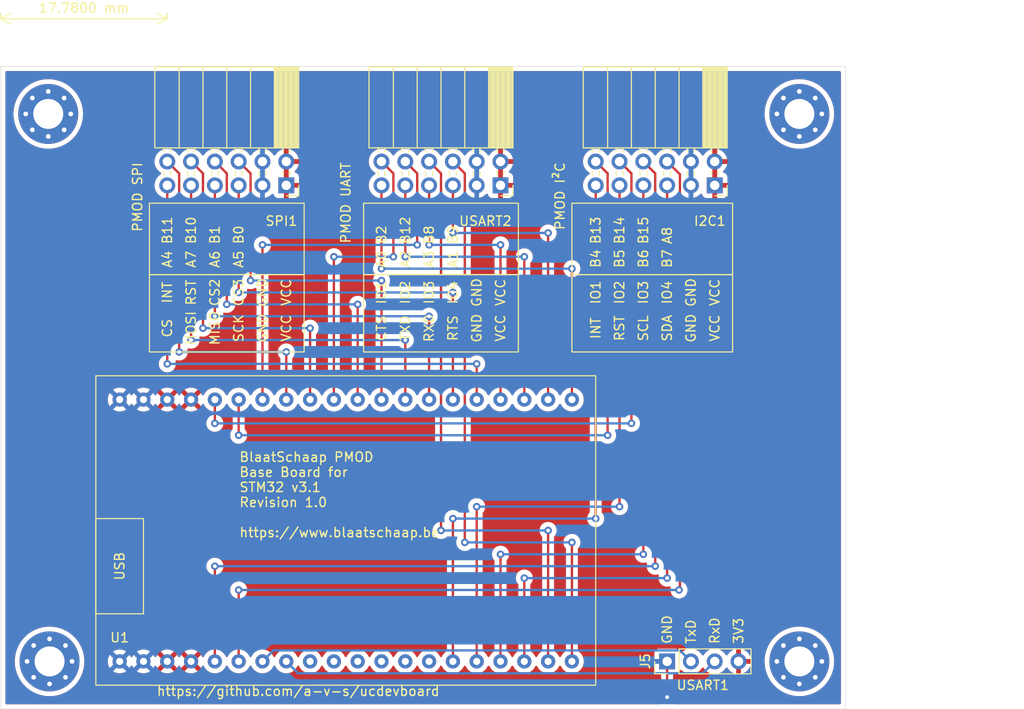
<source format=kicad_pcb>
(kicad_pcb (version 20211014) (generator pcbnew)
  (layers (0 "F.Cu" signal) (31 "B.Cu" signal) (34 "B.Paste" user "B.Plakken") (35 "F.Paste" user "F.Plakken") (36 "B.SilkS" user "B.Silkscreen") (37 "F.SilkS" user "F.Silkscreen") (38 "B.Mask" user) (39 "F.Mask" user "F. masker") (44 "Edge.Cuts" user))
  (net 0 "")
  (net 1 "B12")
  (net 2 "B13")
  (net 3 "B14")
  (net 4 "B15")
  (net 5 "A8")
  (net 6 "A9")
  (net 7 "A10")
  (net 8 "A11")
  (net 9 "A12")
  (net 10 "A15")
  (net 11 "B3")
  (net 12 "B4")
  (net 13 "B5")
  (net 14 "B6")
  (net 15 "B7")
  (net 16 "B8")
  (net 17 "B9")
  (net 18 "GND")
  (net 19 "3V3")
  (net 20 "A0")
  (net 21 "A1")
  (net 22 "A2")
  (net 23 "A3")
  (net 24 "A4")
  (net 25 "A5")
  (net 26 "A6")
  (net 27 "A7")
  (net 28 "B0")
  (net 29 "B1")
  (net 30 "B10")
  (net 31 "B11")
  (net 34 "PMOD_UART_GPIO1_INT")
  (footprint "Connector_PinSocket_2.54mm:PinSocket_2x06_P2.54mm_Horizontal" (layer "F.Cu") (at 83.82 30.48 -90)
    (fp_text reference "PMOD2" hide)
    (fp_text value "Conn_02x06_Odd_Even")
    (fp_line (start 0 -1.33) (end 1.11 -1.33) (layer "F.SilkS") (width 0.12))
    (fp_line (start -12.63 1.033805) (end -4 1.033805) (layer "F.SilkS") (width 0.12))
    (fp_line (start -12.63 14.03) (end -4 14.03) (layer "F.SilkS") (width 0.12))
    (fp_line (start -12.63 -1.091905) (end -4 -1.091905) (layer "F.SilkS") (width 0.12))
    (fp_line (start -4 4.72) (end -3.59 4.72) (layer "F.SilkS") (width 0.12))
    (fp_line (start -12.63 -1.33) (end -12.63 14.03) (layer "F.SilkS") (width 0.12))
    (fp_line (start -1.49 7.26) (end -1.05 7.26) (layer "F.SilkS") (width 0.12))
    (fp_line (start -12.63 0.561425) (end -4 0.561425) (layer "F.SilkS") (width 0.12))
    (fp_line (start -12.63 -1.33) (end -4 -1.33) (layer "F.SilkS") (width 0.12))
    (fp_line (start -12.63 0.325235) (end -4 0.325235) (layer "F.SilkS") (width 0.12))
    (fp_line (start -1.49 5.44) (end -1.05 5.44) (layer "F.SilkS") (width 0.12))
    (fp_line (start -12.63 -0.383335) (end -4 -0.383335) (layer "F.SilkS") (width 0.12))
    (fp_line (start -12.63 -1.21) (end -4 -1.21) (layer "F.SilkS") (width 0.12))
    (fp_line (start -4 12.34) (end -3.59 12.34) (layer "F.SilkS") (width 0.12))
    (fp_line (start -12.63 0.089045) (end -4 0.089045) (layer "F.SilkS") (width 0.12))
    (fp_line (start -12.63 -0.02905) (end -4 -0.02905) (layer "F.SilkS") (width 0.12))
    (fp_line (start -12.63 11.43) (end -4 11.43) (layer "F.SilkS") (width 0.12))
    (fp_line (start -1.49 2.9) (end -1.05 2.9) (layer "F.SilkS") (width 0.12))
    (fp_line (start -12.63 1.27) (end -4 1.27) (layer "F.SilkS") (width 0.12))
    (fp_line (start -12.63 -0.73762) (end -4 -0.73762) (layer "F.SilkS") (width 0.12))
    (fp_line (start -1.49 0.36) (end -1.11 0.36) (layer "F.SilkS") (width 0.12))
    (fp_line (start -12.63 -0.50143) (end -4 -0.50143) (layer "F.SilkS") (width 0.12))
    (fp_line (start -4 2.18) (end -3.59 2.18) (layer "F.SilkS") (width 0.12))
    (fp_line (start -12.63 3.81) (end -4 3.81) (layer "F.SilkS") (width 0.12))
    (fp_line (start -4 13.06) (end -3.59 13.06) (layer "F.SilkS") (width 0.12))
    (fp_line (start -12.63 0.91571) (end -4 0.91571) (layer "F.SilkS") (width 0.12))
    (fp_line (start -4 7.98) (end -3.59 7.98) (layer "F.SilkS") (width 0.12))
    (fp_line (start -1.49 -0.36) (end -1.11 -0.36) (layer "F.SilkS") (width 0.12))
    (fp_line (start -12.63 1.1519) (end -4 1.1519) (layer "F.SilkS") (width 0.12))
    (fp_line (start -4 5.44) (end -3.59 5.44) (layer "F.SilkS") (width 0.12))
    (fp_line (start -12.63 0.67952) (end -4 0.67952) (layer "F.SilkS") (width 0.12))
    (fp_line (start -4 2.9) (end -3.59 2.9) (layer "F.SilkS") (width 0.12))
    (fp_line (start -1.49 12.34) (end -1.05 12.34) (layer "F.SilkS") (width 0.12))
    (fp_line (start -4 -1.33) (end -4 14.03) (layer "F.SilkS") (width 0.12))
    (fp_line (start -4 9.8) (end -3.59 9.8) (layer "F.SilkS") (width 0.12))
    (fp_line (start -12.63 0.20714) (end -4 0.20714) (layer "F.SilkS") (width 0.12))
    (fp_line (start -1.49 13.06) (end -1.05 13.06) (layer "F.SilkS") (width 0.12))
    (fp_line (start -1.49 4.72) (end -1.05 4.72) (layer "F.SilkS") (width 0.12))
    (fp_line (start -1.49 7.98) (end -1.05 7.98) (layer "F.SilkS") (width 0.12))
    (fp_line (start 1.11 -1.33) (end 1.11 0) (layer "F.SilkS") (width 0.12))
    (fp_line (start -1.49 9.8) (end -1.05 9.8) (layer "F.SilkS") (width 0.12))
    (fp_line (start -4 7.26) (end -3.59 7.26) (layer "F.SilkS") (width 0.12))
    (fp_line (start -1.49 2.18) (end -1.05 2.18) (layer "F.SilkS") (width 0.12))
    (fp_line (start -12.63 -0.855715) (end -4 -0.855715) (layer "F.SilkS") (width 0.12))
    (fp_line (start -12.63 6.35) (end -4 6.35) (layer "F.SilkS") (width 0.12))
    (fp_line (start -12.63 -0.26524) (end -4 -0.26524) (layer "F.SilkS") (width 0.12))
    (fp_line (start -12.63 -0.97381) (end -4 -0.97381) (layer "F.SilkS") (width 0.12))
    (fp_line (start -1.49 10.52) (end -1.05 10.52) (layer "F.SilkS") (width 0.12))
    (fp_line (start -4 10.52) (end -3.59 10.52) (layer "F.SilkS") (width 0.12))
    (fp_line (start -12.63 8.89) (end -4 8.89) (layer "F.SilkS") (width 0.12))
    (fp_line (start -12.63 -0.619525) (end -4 -0.619525) (layer "F.SilkS") (width 0.12))
    (fp_line (start -4 0.36) (end -3.59 0.36) (layer "F.SilkS") (width 0.12))
    (fp_line (start -12.63 0.797615) (end -4 0.797615) (layer "F.SilkS") (width 0.12))
    (fp_line (start -4 -0.36) (end -3.59 -0.36) (layer "F.SilkS") (width 0.12))
    (fp_line (start -12.63 -0.147145) (end -4 -0.147145) (layer "F.SilkS") (width 0.12))
    (fp_line (start -12.63 0.44333) (end -4 0.44333) (layer "F.SilkS") (width 0.12))
    (pad "1" thru_hole rect locked (at 0 0 270) (size 1.7 1.7) (drill 1) (layers *.Cu *.Mask) (net 19 "3V3"))
    (pad "2" thru_hole oval locked (at -2.54 0 270) (size 1.7 1.7) (drill 1) (layers *.Cu *.Mask) (net 19 "3V3"))
    (pad "3" thru_hole oval locked (at 0 2.54 270) (size 1.7 1.7) (drill 1) (layers *.Cu *.Mask) (net 18 "GND"))
    (pad "4" thru_hole oval locked (at -2.54 2.54 270) (size 1.7 1.7) (drill 1) (layers *.Cu *.Mask) (net 18 "GND"))
    (pad "5" thru_hole oval locked (at 0 5.08 270) (size 1.7 1.7) (drill 1) (layers *.Cu *.Mask) (net 25 "A5"))
    (pad "6" thru_hole oval locked (at -2.54 5.08 270) (size 1.7 1.7) (drill 1) (layers *.Cu *.Mask) (net 28 "B0"))
    (pad "7" thru_hole oval locked (at 0 7.62 270) (size 1.7 1.7) (drill 1) (layers *.Cu *.Mask) (net 26 "A6"))
    (pad "8" thru_hole oval locked (at -2.54 7.62 270) (size 1.7 1.7) (drill 1) (layers *.Cu *.Mask) (net 29 "B1"))
    (pad "9" thru_hole oval locked (at 0 10.16 270) (size 1.7 1.7) (drill 1) (layers *.Cu *.Mask) (net 27 "A7"))
    (pad "10" thru_hole oval locked (at -2.54 10.16 270) (size 1.7 1.7) (drill 1) (layers *.Cu *.Mask) (net 30 "B10"))
    (pad "11" thru_hole oval locked (at 0 12.7 270) (size 1.7 1.7) (drill 1) (layers *.Cu *.Mask) (net 24 "A4"))
    (pad "12" thru_hole oval locked (at -2.54 12.7 270) (size 1.7 1.7) (drill 1) (layers *.Cu *.Mask) (net 31 "B11"))
  )
  (footprint "Connector_PinSocket_2.54mm:PinSocket_2x06_P2.54mm_Horizontal" (layer "F.Cu") (at 106.68 30.48 -90)
    (fp_text reference "PMOD3" hide)
    (fp_text value "Conn_02x06_Odd_Even")
    (fp_line (start -12.63 -0.855715) (end -4 -0.855715) (layer "F.SilkS") (width 0.12))
    (fp_line (start -12.63 -0.97381) (end -4 -0.97381) (layer "F.SilkS") (width 0.12))
    (fp_line (start -1.49 13.06) (end -1.05 13.06) (layer "F.SilkS") (width 0.12))
    (fp_line (start -12.63 1.27) (end -4 1.27) (layer "F.SilkS") (width 0.12))
    (fp_line (start -12.63 0.67952) (end -4 0.67952) (layer "F.SilkS") (width 0.12))
    (fp_line (start -4 5.44) (end -3.59 5.44) (layer "F.SilkS") (width 0.12))
    (fp_line (start -1.49 12.34) (end -1.05 12.34) (layer "F.SilkS") (width 0.12))
    (fp_line (start -12.63 14.03) (end -4 14.03) (layer "F.SilkS") (width 0.12))
    (fp_line (start -12.63 -0.73762) (end -4 -0.73762) (layer "F.SilkS") (width 0.12))
    (fp_line (start -4 10.52) (end -3.59 10.52) (layer "F.SilkS") (width 0.12))
    (fp_line (start -1.49 -0.36) (end -1.11 -0.36) (layer "F.SilkS") (width 0.12))
    (fp_line (start -12.63 6.35) (end -4 6.35) (layer "F.SilkS") (width 0.12))
    (fp_line (start -1.49 10.52) (end -1.05 10.52) (layer "F.SilkS") (width 0.12))
    (fp_line (start -12.63 0.20714) (end -4 0.20714) (layer "F.SilkS") (width 0.12))
    (fp_line (start -12.63 0.44333) (end -4 0.44333) (layer "F.SilkS") (width 0.12))
    (fp_line (start -12.63 -0.50143) (end -4 -0.50143) (layer "F.SilkS") (width 0.12))
    (fp_line (start -12.63 0.089045) (end -4 0.089045) (layer "F.SilkS") (width 0.12))
    (fp_line (start -4 4.72) (end -3.59 4.72) (layer "F.SilkS") (width 0.12))
    (fp_line (start 0 -1.33) (end 1.11 -1.33) (layer "F.SilkS") (width 0.12))
    (fp_line (start -12.63 -0.383335) (end -4 -0.383335) (layer "F.SilkS") (width 0.12))
    (fp_line (start -4 7.26) (end -3.59 7.26) (layer "F.SilkS") (width 0.12))
    (fp_line (start -12.63 -1.33) (end -4 -1.33) (layer "F.SilkS") (width 0.12))
    (fp_line (start -12.63 -1.33) (end -12.63 14.03) (layer "F.SilkS") (width 0.12))
    (fp_line (start -1.49 2.18) (end -1.05 2.18) (layer "F.SilkS") (width 0.12))
    (fp_line (start -4 0.36) (end -3.59 0.36) (layer "F.SilkS") (width 0.12))
    (fp_line (start -12.63 -0.02905) (end -4 -0.02905) (layer "F.SilkS") (width 0.12))
    (fp_line (start -1.49 7.26) (end -1.05 7.26) (layer "F.SilkS") (width 0.12))
    (fp_line (start -12.63 1.1519) (end -4 1.1519) (layer "F.SilkS") (width 0.12))
    (fp_line (start -4 -1.33) (end -4 14.03) (layer "F.SilkS") (width 0.12))
    (fp_line (start -12.63 0.797615) (end -4 0.797615) (layer "F.SilkS") (width 0.12))
    (fp_line (start 1.11 -1.33) (end 1.11 0) (layer "F.SilkS") (width 0.12))
    (fp_line (start -1.49 2.9) (end -1.05 2.9) (layer "F.SilkS") (width 0.12))
    (fp_line (start -4 -0.36) (end -3.59 -0.36) (layer "F.SilkS") (width 0.12))
    (fp_line (start -12.63 -0.147145) (end -4 -0.147145) (layer "F.SilkS") (width 0.12))
    (fp_line (start -1.49 9.8) (end -1.05 9.8) (layer "F.SilkS") (width 0.12))
    (fp_line (start -12.63 0.91571) (end -4 0.91571) (layer "F.SilkS") (width 0.12))
    (fp_line (start -4 13.06) (end -3.59 13.06) (layer "F.SilkS") (width 0.12))
    (fp_line (start -12.63 0.325235) (end -4 0.325235) (layer "F.SilkS") (width 0.12))
    (fp_line (start -12.63 -0.619525) (end -4 -0.619525) (layer "F.SilkS") (width 0.12))
    (fp_line (start -12.63 -1.091905) (end -4 -1.091905) (layer "F.SilkS") (width 0.12))
    (fp_line (start -4 9.8) (end -3.59 9.8) (layer "F.SilkS") (width 0.12))
    (fp_line (start -4 12.34) (end -3.59 12.34) (layer "F.SilkS") (width 0.12))
    (fp_line (start -12.63 -1.21) (end -4 -1.21) (layer "F.SilkS") (width 0.12))
    (fp_line (start -12.63 1.033805) (end -4 1.033805) (layer "F.SilkS") (width 0.12))
    (fp_line (start -12.63 0.561425) (end -4 0.561425) (layer "F.SilkS") (width 0.12))
    (fp_line (start -4 7.98) (end -3.59 7.98) (layer "F.SilkS") (width 0.12))
    (fp_line (start -1.49 5.44) (end -1.05 5.44) (layer "F.SilkS") (width 0.12))
    (fp_line (start -12.63 3.81) (end -4 3.81) (layer "F.SilkS") (width 0.12))
    (fp_line (start -12.63 8.89) (end -4 8.89) (layer "F.SilkS") (width 0.12))
    (fp_line (start -12.63 11.43) (end -4 11.43) (layer "F.SilkS") (width 0.12))
    (fp_line (start -12.63 -0.26524) (end -4 -0.26524) (layer "F.SilkS") (width 0.12))
    (fp_line (start -1.49 4.72) (end -1.05 4.72) (layer "F.SilkS") (width 0.12))
    (fp_line (start -1.49 0.36) (end -1.11 0.36) (layer "F.SilkS") (width 0.12))
    (fp_line (start -4 2.9) (end -3.59 2.9) (layer "F.SilkS") (width 0.12))
    (fp_line (start -1.49 7.98) (end -1.05 7.98) (layer "F.SilkS") (width 0.12))
    (fp_line (start -4 2.18) (end -3.59 2.18) (layer "F.SilkS") (width 0.12))
    (pad "1" thru_hole rect locked (at 0 0 270) (size 1.7 1.7) (drill 1) (layers *.Cu *.Mask) (net 19 "3V3"))
    (pad "2" thru_hole oval locked (at -2.54 0 270) (size 1.7 1.7) (drill 1) (layers *.Cu *.Mask) (net 19 "3V3"))
    (pad "3" thru_hole oval locked (at 0 2.54 270) (size 1.7 1.7) (drill 1) (layers *.Cu *.Mask) (net 18 "GND"))
    (pad "4" thru_hole oval locked (at -2.54 2.54 270) (size 1.7 1.7) (drill 1) (layers *.Cu *.Mask) (net 18 "GND"))
    (pad "5" thru_hole oval locked (at 0 5.08 270) (size 1.7 1.7) (drill 1) (layers *.Cu *.Mask) (net 21 "A1"))
    (pad "6" thru_hole oval locked (at -2.54 5.08 270) (size 1.7 1.7) (drill 1) (layers *.Cu *.Mask) (net 17 "B9"))
    (pad "7" thru_hole oval locked (at 0 7.62 270) (size 1.7 1.7) (drill 1) (layers *.Cu *.Mask) (net 23 "A3"))
    (pad "8" thru_hole oval locked (at -2.54 7.62 270) (size 1.7 1.7) (drill 1) (layers *.Cu *.Mask) (net 16 "B8"))
    (pad "9" thru_hole oval locked (at 0 10.16 270) (size 1.7 1.7) (drill 1) (layers *.Cu *.Mask) (net 22 "A2"))
    (pad "10" thru_hole oval locked (at -2.54 10.16 270) (size 1.7 1.7) (drill 1) (layers *.Cu *.Mask) (net 1 "B12"))
    (pad "11" thru_hole oval locked (at 0 12.7 270) (size 1.7 1.7) (drill 1) (layers *.Cu *.Mask) (net 20 "A0"))
    (pad "12" thru_hole oval locked (at -2.54 12.7 270) (size 1.7 1.7) (drill 1) (layers *.Cu *.Mask) (net 34 "PMOD_UART_GPIO1_INT"))
  )
  (footprint "Connector_PinSocket_2.54mm:PinSocket_2x06_P2.54mm_Horizontal" (layer "F.Cu") (at 129.54 30.48 -90)
    (fp_text reference "PMOD1" hide)
    (fp_text value "Conn_02x06_Odd_Even")
    (fp_line (start -4 2.9) (end -3.59 2.9) (layer "F.SilkS") (width 0.12))
    (fp_line (start -1.49 5.44) (end -1.05 5.44) (layer "F.SilkS") (width 0.12))
    (fp_line (start -12.63 0.67952) (end -4 0.67952) (layer "F.SilkS") (width 0.12))
    (fp_line (start -12.63 -0.73762) (end -4 -0.73762) (layer "F.SilkS") (width 0.12))
    (fp_line (start -4 9.8) (end -3.59 9.8) (layer "F.SilkS") (width 0.12))
    (fp_line (start -4 5.44) (end -3.59 5.44) (layer "F.SilkS") (width 0.12))
    (fp_line (start -12.63 0.089045) (end -4 0.089045) (layer "F.SilkS") (width 0.12))
    (fp_line (start -12.63 -0.855715) (end -4 -0.855715) (layer "F.SilkS") (width 0.12))
    (fp_line (start -12.63 -0.02905) (end -4 -0.02905) (layer "F.SilkS") (width 0.12))
    (fp_line (start -1.49 9.8) (end -1.05 9.8) (layer "F.SilkS") (width 0.12))
    (fp_line (start -12.63 1.1519) (end -4 1.1519) (layer "F.SilkS") (width 0.12))
    (fp_line (start -1.49 13.06) (end -1.05 13.06) (layer "F.SilkS") (width 0.12))
    (fp_line (start -12.63 0.20714) (end -4 0.20714) (layer "F.SilkS") (width 0.12))
    (fp_line (start -12.63 14.03) (end -4 14.03) (layer "F.SilkS") (width 0.12))
    (fp_line (start 1.11 -1.33) (end 1.11 0) (layer "F.SilkS") (width 0.12))
    (fp_line (start -1.49 4.72) (end -1.05 4.72) (layer "F.SilkS") (width 0.12))
    (fp_line (start -12.63 0.91571) (end -4 0.91571) (layer "F.SilkS") (width 0.12))
    (fp_line (start -4 10.52) (end -3.59 10.52) (layer "F.SilkS") (width 0.12))
    (fp_line (start -12.63 -0.97381) (end -4 -0.97381) (layer "F.SilkS") (width 0.12))
    (fp_line (start -12.63 0.797615) (end -4 0.797615) (layer "F.SilkS") (width 0.12))
    (fp_line (start -4 -0.36) (end -3.59 -0.36) (layer "F.SilkS") (width 0.12))
    (fp_line (start -1.49 12.34) (end -1.05 12.34) (layer "F.SilkS") (width 0.12))
    (fp_line (start -4 0.36) (end -3.59 0.36) (layer "F.SilkS") (width 0.12))
    (fp_line (start -12.63 -0.26524) (end -4 -0.26524) (layer "F.SilkS") (width 0.12))
    (fp_line (start -1.49 7.26) (end -1.05 7.26) (layer "F.SilkS") (width 0.12))
    (fp_line (start 0 -1.33) (end 1.11 -1.33) (layer "F.SilkS") (width 0.12))
    (fp_line (start -12.63 11.43) (end -4 11.43) (layer "F.SilkS") (width 0.12))
    (fp_line (start -12.63 6.35) (end -4 6.35) (layer "F.SilkS") (width 0.12))
    (fp_line (start -12.63 0.325235) (end -4 0.325235) (layer "F.SilkS") (width 0.12))
    (fp_line (start -12.63 -0.619525) (end -4 -0.619525) (layer "F.SilkS") (width 0.12))
    (fp_line (start -4 13.06) (end -3.59 13.06) (layer "F.SilkS") (width 0.12))
    (fp_line (start -12.63 -1.091905) (end -4 -1.091905) (layer "F.SilkS") (width 0.12))
    (fp_line (start -12.63 -1.33) (end -4 -1.33) (layer "F.SilkS") (width 0.12))
    (fp_line (start -1.49 -0.36) (end -1.11 -0.36) (layer "F.SilkS") (width 0.12))
    (fp_line (start -1.49 10.52) (end -1.05 10.52) (layer "F.SilkS") (width 0.12))
    (fp_line (start -1.49 2.18) (end -1.05 2.18) (layer "F.SilkS") (width 0.12))
    (fp_line (start -4 4.72) (end -3.59 4.72) (layer "F.SilkS") (width 0.12))
    (fp_line (start -12.63 -1.33) (end -12.63 14.03) (layer "F.SilkS") (width 0.12))
    (fp_line (start -1.49 2.9) (end -1.05 2.9) (layer "F.SilkS") (width 0.12))
    (fp_line (start -1.49 0.36) (end -1.11 0.36) (layer "F.SilkS") (width 0.12))
    (fp_line (start -4 12.34) (end -3.59 12.34) (layer "F.SilkS") (width 0.12))
    (fp_line (start -12.63 3.81) (end -4 3.81) (layer "F.SilkS") (width 0.12))
    (fp_line (start -1.49 7.98) (end -1.05 7.98) (layer "F.SilkS") (width 0.12))
    (fp_line (start -4 7.26) (end -3.59 7.26) (layer "F.SilkS") (width 0.12))
    (fp_line (start -12.63 8.89) (end -4 8.89) (layer "F.SilkS") (width 0.12))
    (fp_line (start -12.63 -0.50143) (end -4 -0.50143) (layer "F.SilkS") (width 0.12))
    (fp_line (start -12.63 -0.383335) (end -4 -0.383335) (layer "F.SilkS") (width 0.12))
    (fp_line (start -12.63 1.033805) (end -4 1.033805) (layer "F.SilkS") (width 0.12))
    (fp_line (start -12.63 -0.147145) (end -4 -0.147145) (layer "F.SilkS") (width 0.12))
    (fp_line (start -4 7.98) (end -3.59 7.98) (layer "F.SilkS") (width 0.12))
    (fp_line (start -12.63 0.44333) (end -4 0.44333) (layer "F.SilkS") (width 0.12))
    (fp_line (start -12.63 0.561425) (end -4 0.561425) (layer "F.SilkS") (width 0.12))
    (fp_line (start -4 2.18) (end -3.59 2.18) (layer "F.SilkS") (width 0.12))
    (fp_line (start -4 -1.33) (end -4 14.03) (layer "F.SilkS") (width 0.12))
    (fp_line (start -12.63 -1.21) (end -4 -1.21) (layer "F.SilkS") (width 0.12))
    (fp_line (start -12.63 1.27) (end -4 1.27) (layer "F.SilkS") (width 0.12))
    (pad "1" thru_hole rect locked (at 0 0 270) (size 1.7 1.7) (drill 1) (layers *.Cu *.Mask) (net 19 "3V3"))
    (pad "2" thru_hole oval locked (at -2.54 0 270) (size 1.7 1.7) (drill 1) (layers *.Cu *.Mask) (net 19 "3V3"))
    (pad "3" thru_hole oval locked (at 0 2.54 270) (size 1.7 1.7) (drill 1) (layers *.Cu *.Mask) (net 18 "GND"))
    (pad "4" thru_hole oval locked (at -2.54 2.54 270) (size 1.7 1.7) (drill 1) (layers *.Cu *.Mask) (net 18 "GND"))
    (pad "5" thru_hole oval locked (at 0 5.08 270) (size 1.7 1.7) (drill 1) (layers *.Cu *.Mask) (net 15 "B7"))
    (pad "6" thru_hole oval locked (at -2.54 5.08 270) (size 1.7 1.7) (drill 1) (layers *.Cu *.Mask) (net 5 "A8"))
    (pad "7" thru_hole oval locked (at 0 7.62 270) (size 1.7 1.7) (drill 1) (layers *.Cu *.Mask) (net 14 "B6"))
    (pad "8" thru_hole oval locked (at -2.54 7.62 270) (size 1.7 1.7) (drill 1) (layers *.Cu *.Mask) (net 4 "B15"))
    (pad "9" thru_hole oval locked (at 0 10.16 270) (size 1.7 1.7) (drill 1) (layers *.Cu *.Mask) (net 13 "B5"))
    (pad "10" thru_hole oval locked (at -2.54 10.16 270) (size 1.7 1.7) (drill 1) (layers *.Cu *.Mask) (net 3 "B14"))
    (pad "11" thru_hole oval locked (at 0 12.7 270) (size 1.7 1.7) (drill 1) (layers *.Cu *.Mask) (net 12 "B4"))
    (pad "12" thru_hole oval locked (at -2.54 12.7 270) (size 1.7 1.7) (drill 1) (layers *.Cu *.Mask) (net 2 "B13"))
  )
  (footprint "MountingHole:MountingHole_3.2mm_M3_Pad_Via" (layer "F.Cu") (at 58.42 22.86)
    (fp_text reference "H1" hide)
    (fp_text value "MountingHole")
    (pad "1" thru_hole circle locked (at 0 -2.4) (size 0.8 0.8) (drill 0.5) (layers *.Cu *.Mask))
    (pad "1" thru_hole circle locked (at -1.697056 -1.697056) (size 0.8 0.8) (drill 0.5) (layers *.Cu *.Mask))
    (pad "1" thru_hole circle locked (at -1.697056 1.697056) (size 0.8 0.8) (drill 0.5) (layers *.Cu *.Mask))
    (pad "1" thru_hole circle locked (at 2.4 0) (size 0.8 0.8) (drill 0.5) (layers *.Cu *.Mask))
    (pad "1" thru_hole circle locked (at 0 0) (size 6.4 6.4) (drill 3.2) (layers *.Cu *.Mask))
    (pad "1" thru_hole circle locked (at 1.697056 1.697056) (size 0.8 0.8) (drill 0.5) (layers *.Cu *.Mask))
    (pad "1" thru_hole circle locked (at 0 2.4) (size 0.8 0.8) (drill 0.5) (layers *.Cu *.Mask))
    (pad "1" thru_hole circle locked (at 1.697056 -1.697056) (size 0.8 0.8) (drill 0.5) (layers *.Cu *.Mask))
    (pad "1" thru_hole circle locked (at -2.4 0) (size 0.8 0.8) (drill 0.5) (layers *.Cu *.Mask))
  )
  (footprint "MountingHole:MountingHole_3.2mm_M3_Pad_Via" (layer "F.Cu") (at 138.57 22.86)
    (fp_text reference "H2" hide)
    (fp_text value "MountingHole")
    (pad "1" thru_hole circle locked (at 1.697056 -1.697056) (size 0.8 0.8) (drill 0.5) (layers *.Cu *.Mask))
    (pad "1" thru_hole circle locked (at -2.4 0) (size 0.8 0.8) (drill 0.5) (layers *.Cu *.Mask))
    (pad "1" thru_hole circle locked (at -1.697056 -1.697056) (size 0.8 0.8) (drill 0.5) (layers *.Cu *.Mask))
    (pad "1" thru_hole circle locked (at 0 -2.4) (size 0.8 0.8) (drill 0.5) (layers *.Cu *.Mask))
    (pad "1" thru_hole circle locked (at 2.4 0) (size 0.8 0.8) (drill 0.5) (layers *.Cu *.Mask))
    (pad "1" thru_hole circle locked (at 0 0) (size 6.4 6.4) (drill 3.2) (layers *.Cu *.Mask))
    (pad "1" thru_hole circle locked (at 0 2.4) (size 0.8 0.8) (drill 0.5) (layers *.Cu *.Mask))
    (pad "1" thru_hole circle locked (at 1.697056 1.697056) (size 0.8 0.8) (drill 0.5) (layers *.Cu *.Mask))
    (pad "1" thru_hole circle locked (at -1.697056 1.697056) (size 0.8 0.8) (drill 0.5) (layers *.Cu *.Mask))
  )
  (footprint "MountingHole:MountingHole_3.2mm_M3_Pad_Via" (layer "F.Cu") (at 58.56 81.28)
    (fp_text reference "H3" hide)
    (fp_text value "MountingHole")
    (pad "1" thru_hole circle locked (at 0 0) (size 6.4 6.4) (drill 3.2) (layers *.Cu *.Mask))
    (pad "1" thru_hole circle locked (at -2.4 0) (size 0.8 0.8) (drill 0.5) (layers *.Cu *.Mask))
    (pad "1" thru_hole circle locked (at -1.697056 1.697056) (size 0.8 0.8) (drill 0.5) (layers *.Cu *.Mask))
    (pad "1" thru_hole circle locked (at 1.697056 -1.697056) (size 0.8 0.8) (drill 0.5) (layers *.Cu *.Mask))
    (pad "1" thru_hole circle locked (at 0 2.4) (size 0.8 0.8) (drill 0.5) (layers *.Cu *.Mask))
    (pad "1" thru_hole circle locked (at 2.4 0) (size 0.8 0.8) (drill 0.5) (layers *.Cu *.Mask))
    (pad "1" thru_hole circle locked (at 1.697056 1.697056) (size 0.8 0.8) (drill 0.5) (layers *.Cu *.Mask))
    (pad "1" thru_hole circle locked (at 0 -2.4) (size 0.8 0.8) (drill 0.5) (layers *.Cu *.Mask))
    (pad "1" thru_hole circle locked (at -1.697056 -1.697056) (size 0.8 0.8) (drill 0.5) (layers *.Cu *.Mask))
  )
  (footprint "MountingHole:MountingHole_3.2mm_M3_Pad_Via" (layer "F.Cu") (at 138.57 81.28)
    (fp_text reference "H4" hide)
    (fp_text value "MountingHole")
    (pad "1" thru_hole circle locked (at 0 -2.4) (size 0.8 0.8) (drill 0.5) (layers *.Cu *.Mask))
    (pad "1" thru_hole circle locked (at -1.697056 -1.697056) (size 0.8 0.8) (drill 0.5) (layers *.Cu *.Mask))
    (pad "1" thru_hole circle locked (at -2.4 0) (size 0.8 0.8) (drill 0.5) (layers *.Cu *.Mask))
    (pad "1" thru_hole circle locked (at 0 0) (size 6.4 6.4) (drill 3.2) (layers *.Cu *.Mask))
    (pad "1" thru_hole circle locked (at 1.697056 1.697056) (size 0.8 0.8) (drill 0.5) (layers *.Cu *.Mask))
    (pad "1" thru_hole circle locked (at 2.4 0) (size 0.8 0.8) (drill 0.5) (layers *.Cu *.Mask))
    (pad "1" thru_hole circle locked (at 0 2.4) (size 0.8 0.8) (drill 0.5) (layers *.Cu *.Mask))
    (pad "1" thru_hole circle locked (at -1.697056 1.697056) (size 0.8 0.8) (drill 0.5) (layers *.Cu *.Mask))
    (pad "1" thru_hole circle locked (at 1.697056 -1.697056) (size 0.8 0.8) (drill 0.5) (layers *.Cu *.Mask))
  )
  (footprint "Connector_PinHeader_2.54mm:PinHeader_1x04_P2.54mm_Vertical" (layer "F.Cu") (at 124.46 81.28 90)
    (fp_text reference "J5" (at 0 -2.33 90) (layer "F.SilkS"))
    (fp_text value "Conn_01x04")
    (fp_line (start -1.33 -1.33) (end 0 -1.33) (layer "F.SilkS") (width 0.12))
    (fp_line (start 1.33 1.27) (end 1.33 8.95) (layer "F.SilkS") (width 0.12))
    (fp_line (start -1.33 8.95) (end 1.33 8.95) (layer "F.SilkS") (width 0.12))
    (fp_line (start -1.33 1.27) (end -1.33 8.95) (layer "F.SilkS") (width 0.12))
    (fp_line (start -1.33 0) (end -1.33 -1.33) (layer "F.SilkS") (width 0.12))
    (fp_line (start -1.33 1.27) (end 1.33 1.27) (layer "F.SilkS") (width 0.12))
    (pad "1" thru_hole rect locked (at 0 0 90) (size 1.7 1.7) (drill 1) (layers *.Cu *.Mask) (net 18 "GND"))
    (pad "2" thru_hole oval locked (at 0 2.54 90) (size 1.7 1.7) (drill 1) (layers *.Cu *.Mask) (net 6 "A9"))
    (pad "3" thru_hole oval locked (at 0 5.08 90) (size 1.7 1.7) (drill 1) (layers *.Cu *.Mask) (net 7 "A10"))
    (pad "4" thru_hole oval locked (at 0 7.62 90) (size 1.7 1.7) (drill 1) (layers *.Cu *.Mask) (net 19 "3V3"))
  )
  (footprint "AvS_CoreBoards:BS3" (layer "F.Cu") (at 91.44 66.04 90)
    (fp_text reference "U1" (at -12.7 -25.4 unlocked) (layer "F.SilkS"))
    (fp_text value "BS3")
    (fp_text user "USB" (at -5.08 -25.4 90 unlocked) (layer "F.SilkS"))
    (fp_rect (start -17.78 -27.94) (end 15.24 25.4) (layer "F.SilkS") (width 0.12) (fill none))
    (fp_rect (start -10.16 -27.94) (end 0 -22.86) (layer "F.SilkS") (width 0.12) (fill none))
    (pad "1" thru_hole circle (at -15.24 -25.4 90) (size 1.524 1.524) (drill 0.762) (layers *.Cu *.Mask) (net 18 "GND"))
    (pad "2" thru_hole circle (at -15.24 -22.86 90) (size 1.524 1.524) (drill 0.762) (layers *.Cu *.Mask) (net 18 "GND"))
    (pad "3" thru_hole circle (at -15.24 -20.32 90) (size 1.524 1.524) (drill 0.762) (layers *.Cu *.Mask) (net 19 "3V3"))
    (pad "4" thru_hole circle (at -15.24 -17.78 90) (size 1.524 1.524) (drill 0.762) (layers *.Cu *.Mask) (net 19 "3V3"))
    (pad "5" thru_hole circle (at -15.24 -15.24 90) (size 1.524 1.524) (drill 0.762) (layers *.Cu *.Mask) (net 4 "B15"))
    (pad "6" thru_hole circle (at -15.24 -12.7 90) (size 1.524 1.524) (drill 0.762) (layers *.Cu *.Mask) (net 5 "A8"))
    (pad "7" thru_hole circle (at -15.24 -10.16 90) (size 1.524 1.524) (drill 0.762) (layers *.Cu *.Mask) (net 6 "A9"))
    (pad "8" thru_hole circle (at -15.24 -7.62 90) (size 1.524 1.524) (drill 0.762) (layers *.Cu *.Mask) (net 7 "A10"))
    (pad "9" thru_hole circle (at -15.24 -5.08 90) (size 1.524 1.524) (drill 0.762) (layers *.Cu *.Mask) (net 8 "A11"))
    (pad "10" thru_hole circle (at -15.24 -2.54 90) (size 1.524 1.524) (drill 0.762) (layers *.Cu *.Mask) (net 9 "A12"))
    (pad "11" thru_hole circle (at -15.24 0 90) (size 1.524 1.524) (drill 0.762) (layers *.Cu *.Mask))
    (pad "12" thru_hole circle (at -15.24 2.54 90) (size 1.524 1.524) (drill 0.762) (layers *.Cu *.Mask))
    (pad "13" thru_hole circle (at -15.24 5.08 90) (size 1.524 1.524) (drill 0.762) (layers *.Cu *.Mask) (net 10 "A15"))
    (pad "14" thru_hole circle (at -15.24 7.62 90) (size 1.524 1.524) (drill 0.762) (layers *.Cu *.Mask) (net 11 "B3"))
    (pad "15" thru_hole circle (at -15.24 10.16 90) (size 1.524 1.524) (drill 0.762) (layers *.Cu *.Mask) (net 12 "B4"))
    (pad "16" thru_hole circle (at -15.24 12.7 90) (size 1.524 1.524) (drill 0.762) (layers *.Cu *.Mask) (net 13 "B5"))
    (pad "17" thru_hole circle (at -15.24 15.24 90) (size 1.524 1.524) (drill 0.762) (layers *.Cu *.Mask) (net 14 "B6"))
    (pad "18" thru_hole circle (at -15.24 17.78 90) (size 1.524 1.524) (drill 0.762) (layers *.Cu *.Mask) (net 15 "B7"))
    (pad "19" thru_hole circle (at -15.24 20.32 90) (size 1.524 1.524) (drill 0.762) (layers *.Cu *.Mask) (net 16 "B8"))
    (pad "20" thru_hole circle (at -15.24 22.86 90) (size 1.524 1.524) (drill 0.762) (layers *.Cu *.Mask) (net 17 "B9"))
    (pad "21" thru_hole circle (at 12.7 22.86 90) (size 1.524 1.524) (drill 0.762) (layers *.Cu *.Mask) (net 20 "A0"))
    (pad "22" thru_hole circle (at 12.7 20.32 90) (size 1.524 1.524) (drill 0.762) (layers *.Cu *.Mask) (net 21 "A1"))
    (pad "23" thru_hole circle (at 12.7 17.78 90) (size 1.524 1.524) (drill 0.762) (layers *.Cu *.Mask) (net 22 "A2"))
    (pad "24" thru_hole circle (at 12.7 15.24 90) (size 1.524 1.524) (drill 0.762) (layers *.Cu *.Mask) (net 23 "A3"))
    (pad "25" thru_hole circle (at 12.7 12.7 90) (size 1.524 1.524) (drill 0.762) (layers *.Cu *.Mask) (net 24 "A4"))
    (pad "26" thru_hole circle (at 12.7 10.16 90) (size 1.524 1.524) (drill 0.762) (layers *.Cu *.Mask) (net 25 "A5"))
    (pad "27" thru_hole circle (at 12.7 7.62 90) (size 1.524 1.524) (drill 0.762) (layers *.Cu *.Mask) (net 26 "A6"))
    (pad "28" thru_hole circle (at 12.7 5.08 90) (size 1.524 1.524) (drill 0.762) (layers *.Cu *.Mask) (net 27 "A7"))
    (pad "29" thru_hole circle (at 12.7 2.54 90) (size 1.524 1.524) (drill 0.762) (layers *.Cu *.Mask) (net 28 "B0"))
    (pad "30" thru_hole circle (at 12.7 0 90) (size 1.524 1.524) (drill 0.762) (layers *.Cu *.Mask) (net 29 "B1"))
    (pad "31" thru_hole circle (at 12.7 -2.54 90) (size 1.524 1.524) (drill 0.762) (layers *.Cu *.Mask) (net 34 "PMOD_UART_GPIO1_INT"))
    (pad "32" thru_hole circle (at 12.7 -5.08 90) (size 1.524 1.524) (drill 0.762) (layers *.Cu *.Mask) (net 30 "B10"))
    (pad "33" thru_hole circle (at 12.7 -7.62 90) (size 1.524 1.524) (drill 0.762) (layers *.Cu *.Mask) (net 31 "B11"))
    (pad "34" thru_hole circle (at 12.7 -10.16 90) (size 1.524 1.524) (drill 0.762) (layers *.Cu *.Mask) (net 1 "B12"))
    (pad "35" thru_hole circle (at 12.7 -12.7 90) (size 1.524 1.524) (drill 0.762) (layers *.Cu *.Mask) (net 2 "B13"))
    (pad "36" thru_hole circle (at 12.7 -15.24 90) (size 1.524 1.524) (drill 0.762) (layers *.Cu *.Mask) (net 3 "B14"))
    (pad "37" thru_hole circle (at 12.7 -17.78 90) (size 1.524 1.524) (drill 0.762) (layers *.Cu *.Mask) (net 19 "3V3"))
    (pad "38" thru_hole circle (at 12.7 -20.32 90) (size 1.524 1.524) (drill 0.762) (layers *.Cu *.Mask) (net 19 "3V3"))
    (pad "39" thru_hole circle (at 12.7 -22.86 90) (size 1.524 1.524) (drill 0.762) (layers *.Cu *.Mask) (net 18 "GND"))
    (pad "40" thru_hole circle (at 12.7 -25.4 90) (size 1.524 1.524) (drill 0.762) (layers *.Cu *.Mask) (net 18 "GND"))
  )
  (gr_rect (start 69.215 40.005) (end 85.725 48.26) (layer "F.SilkS") (width 0.12) (fill none))
  (gr_rect (start 92.075 40.005) (end 108.585 48.26) (layer "F.SilkS") (width 0.12) (fill none))
  (gr_rect (start 92.075 32.385) (end 108.585 40.005) (layer "F.SilkS") (width 0.12) (fill none))
  (gr_rect (start 69.215 32.385) (end 85.725 40.005) (layer "F.SilkS") (width 0.12) (fill none))
  (gr_rect (start 114.3 40.005) (end 131.445 48.26) (layer "F.SilkS") (width 0.12) (fill none))
  (gr_rect (start 114.3 32.385) (end 131.445 40.005) (layer "F.SilkS") (width 0.12) (fill none))
  (gr_line (start 53.34 17.78) (end 143.51 17.78) (layer "Edge.Cuts") (width 0.05))
  (gr_line (start 143.51 17.78) (end 143.51 86.36) (layer "Edge.Cuts") (width 0.05))
  (gr_line (start 53.34 86.36) (end 53.34 17.78) (layer "Edge.Cuts") (width 0.05))
  (gr_line (start 143.51 86.36) (end 53.34 86.36) (layer "Edge.Cuts") (width 0.05))
  (gr_text "A7" (at 73.66 39.37 90) (layer "F.SilkS") (effects (font (size 1 1)) (justify left)))
  (gr_text "A6" (at 76.2 39.37 90) (layer "F.SilkS") (effects (font (size 1 1)) (justify left)))
  (gr_text "A5" (at 78.74 39.37 90) (layer "F.SilkS") (effects (font (size 1 1)) (justify left)))
  (gr_text "B1" (at 76.2 36.83 90) (layer "F.SilkS") (effects (font (size 1 1)) (justify left)))
  (gr_text "B0" (at 78.74 36.83 90) (layer "F.SilkS") (effects (font (size 1 1)) (justify left)))
  (gr_text "B2" (at 93.98 36.83 90) (layer "F.SilkS") (effects (font (size 1 1)) (justify left)))
  (gr_text "A0" (at 93.98 39.37 90) (layer "F.SilkS") (effects (font (size 1 1)) (justify left)))
  (gr_text "A2" (at 96.52 39.37 90) (layer "F.SilkS") (effects (font (size 1 1)) (justify left)))
  (gr_text "B12" (at 96.52 36.83 90) (layer "F.SilkS") (effects (font (size 1 1)) (justify left)))
  (gr_text "B8" (at 99.06 36.83 90) (layer "F.SilkS") (effects (font (size 1 1)) (justify left)))
  (gr_text "A3" (at 99.06 39.37 90) (layer "F.SilkS") (effects (font (size 1 1)) (justify left)))
  (gr_text "A1" (at 101.6 39.37 90) (layer "F.SilkS") (effects (font (size 1 1)) (justify left)))
  (gr_text "B9" (at 101.6 36.83 90) (layer "F.SilkS") (effects (font (size 1 1)) (justify left)))
  (gr_text "B7" (at 124.46 39.37 90) (layer "F.SilkS") (effects (font (size 1 1)) (justify left)))
  (gr_text "B6" (at 121.92 39.37 90) (layer "F.SilkS") (effects (font (size 1 1)) (justify left)))
  (gr_text "B14" (at 119.38 36.83 90) (layer "F.SilkS") (effects (font (size 1 1)) (justify left)))
  (gr_text "A8" (at 124.46 36.83 90) (layer "F.SilkS") (effects (font (size 1 1)) (justify left)))
  (gr_text "B5" (at 119.38 39.37 90) (layer "F.SilkS") (effects (font (size 1 1)) (justify left)))
  (gr_text "B15" (at 121.92 36.83 90) (layer "F.SilkS") (effects (font (size 1 1)) (justify left)))
  (gr_text "B4" (at 116.84 39.37 90) (layer "F.SilkS") (effects (font (size 1 1)) (justify left)))
  (gr_text "B13" (at 116.84 36.83 90) (layer "F.SilkS") (effects (font (size 1 1)) (justify left)))
  (gr_text "PMOD UART" (at 90.17 27.94 90) (layer "F.SilkS") (effects (font (size 1 1)) (justify right)))
  (gr_text "PMOD I²C" (at 113.03 27.94 90) (layer "F.SilkS") (effects (font (size 1 1)) (justify right)))
  (gr_text "INT" (at 71.12 41.91 90) (layer "F.SilkS") (effects (font (size 1 1))))
  (gr_text "IO3" (at 121.92 41.91 90) (layer "F.SilkS") (effects (font (size 1 1))))
  (gr_text "3V3" (at 132.08 79.502 90) (layer "F.SilkS") (effects (font (size 1 1)) (justify left)))
  (gr_text "USART2" (at 107.95 34.29) (layer "F.SilkS") (effects (font (size 1 1)) (justify right)))
  (gr_text "CS" (at 71.12 45.72 90) (layer "F.SilkS") (effects (font (size 1 1))))
  (gr_text "VCC" (at 106.68 45.72 90) (layer "F.SilkS") (effects (font (size 1 1))))
  (gr_text "RST" (at 73.66 41.91 90) (layer "F.SilkS") (effects (font (size 1 1))))
  (gr_text "IO1" (at 116.84 41.91 90) (layer "F.SilkS") (effects (font (size 1 1))))
  (gr_text "GND" (at 127 41.91 90) (layer "F.SilkS") (effects (font (size 1 1))))
  (gr_text "CS3" (at 78.74 41.91 90) (layer "F.SilkS") (effects (font (size 1 1))))
  (gr_text "IO2" (at 96.52 41.91 90) (layer "F.SilkS") (effects (font (size 1 1))))
  (gr_text "IO2" (at 119.38 41.91 90) (layer "F.SilkS") (effects (font (size 1 1))))
  (gr_text "INT" (at 116.84 45.72 90) (layer "F.SilkS") (effects (font (size 1 1))))
  (gr_text "TXD" (at 96.52 45.72 90) (layer "F.SilkS") (effects (font (size 1 1))))
  (gr_text "IO3" (at 99.06 41.91 90) (layer "F.SilkS") (effects (font (size 1 1))))
  (gr_text "GND" (at 81.28 45.72 90) (layer "F.SilkS") (effects (font (size 1 1))))
  (gr_text "BlaatSchaap PMOD\nBase Board for\nSTM32 v3.1\nRevision 1.0\n\nhttps://www.blaatschaap.be" (at 78.74 63.5) (layer "F.SilkS") (effects (font (size 1 1)) (justify left)))
  (gr_text "SPI1" (at 85.09 34.29) (layer "F.SilkS") (effects (font (size 1 1)) (justify right)))
  (gr_text "IO4" (at 101.6 41.91 90) (layer "F.SilkS") (effects (font (size 1 1))))
  (gr_text "GND" (at 104.14 41.91 90) (layer "F.SilkS") (effects (font (size 1 1))))
  (gr_text "SCL" (at 121.92 45.72 90) (layer "F.SilkS") (effects (font (size 1 1))))
  (gr_text "VCC" (at 83.82 41.91 90) (layer "F.SilkS") (effects (font (size 1 1))))
  (gr_text "VCC" (at 129.54 45.72 90) (layer "F.SilkS") (effects (font (size 1 1))))
  (gr_text "RXD" (at 99.06 45.72 90) (layer "F.SilkS") (effects (font (size 1 1))))
  (gr_text "I2C1" (at 130.81 34.29) (layer "F.SilkS") (effects (font (size 1 1)) (justify right)))
  (gr_text "https://github.com/a-v-s/ucdevboard" (at 85.09 84.455) (layer "F.SilkS") (effects (font (size 1 1))))
  (gr_text "GND" (at 81.28 41.91 90) (layer "F.SilkS") (effects (font (size 1 1))))
  (gr_text "IO1" (at 93.98 41.91 90) (layer "F.SilkS") (effects (font (size 1 1))))
  (gr_text "B11" (at 71.12 36.83 90) (layer "F.SilkS") (effects (font (size 1 1)) (justify left)))
  (gr_text "GND" (at 104.14 45.72 90) (layer "F.SilkS") (effects (font (size 1 1))))
  (gr_text "MISO" (at 76.2 45.72 90) (layer "F.SilkS") (effects (font (size 1 1))))
  (gr_text "RxD" (at 129.54 79.502 90) (layer "F.SilkS") (effects (font (size 1 1)) (justify left)))
  (gr_text "VCC" (at 129.54 41.91 90) (layer "F.SilkS") (effects (font (size 1 1))))
  (gr_text "USART1" (at 128.27 83.82) (layer "F.SilkS") (effects (font (size 1 1))))
  (gr_text "A4" (at 71.12 39.37 90) (layer "F.SilkS") (effects (font (size 1 1)) (justify left)))
  (gr_text "RST" (at 119.38 45.72 90) (layer "F.SilkS") (effects (font (size 1 1))))
  (gr_text "SCK" (at 78.74 45.72 90) (layer "F.SilkS") (effects (font (size 1 1))))
  (gr_text "CS2" (at 76.2 41.91 90) (layer "F.SilkS") (effects (font (size 1 1))))
  (gr_text "VCC" (at 106.68 41.91 90) (layer "F.SilkS") (effects (font (size 1 1))))
  (gr_text "GND" (at 127 45.72 90) (layer "F.SilkS") (effects (font (size 1 1))))
  (gr_text "VCC" (at 83.82 45.72 90) (layer "F.SilkS") (effects (font (size 1 1))))
  (gr_text "B10" (at 73.66 36.83 90) (layer "F.SilkS") (effects (font (size 1 1)) (justify left)))
  (gr_text "PMOD SPI" (at 67.945 27.94 90) (layer "F.SilkS") (effects (font (size 1 1)) (justify right)))
  (gr_text "IO4" (at 124.46 41.91 90) (layer "F.SilkS") (effects (font (size 1 1))))
  (gr_text "TxD" (at 127 79.502 90) (layer "F.SilkS") (effects (font (size 1 1)) (justify left)))
  (gr_text "MOSI" (at 73.66 45.72 90) (layer "F.SilkS") (effects (font (size 1 1))))
  (gr_text "GND" (at 124.46 79.502 90) (layer "F.SilkS") (effects (font (size 1 1)) (justify left)))
  (gr_text "CTS" (at 93.98 45.72 90) (layer "F.SilkS") (effects (font (size 1 1))))
  (gr_text "RTS" (at 101.6 45.72 90) (layer "F.SilkS") (effects (font (size 1 1))))
  (gr_text "SDA" (at 124.46 45.72 90) (layer "F.SilkS") (effects (font (size 1 1))))
  (dimension (type aligned) (layer "F.SilkS") (pts (xy 53.34 12.7) (xy 71.12 12.7)) (height 0) (gr_text "17.7800 mm" (at 62.23 11.55) (layer "F.SilkS") (effects (font (size 1 1) (thickness 0.15)))) (format (units 2) (units_format 1) (precision 4)) (style (thickness 0.12) (arrow_length 1.27) (text_position_mode 0) (extension_height 0.58642) (extension_offset 0) keep_text_aligned))
  (segment (start 96.52 27.94) (end 97.79 29.21) (width 0.25) (layer "F.Cu") (net 1))
  (segment (start 81.28 36.83) (end 81.28 53.34) (width 0.25) (layer "F.Cu") (net 1))
  (segment (start 97.79 29.21) (end 97.79 36.83) (width 0.25) (layer "F.Cu") (net 1))
  (via (at 97.79 36.83) (size 0.8) (drill 0.4) (layers "F.Cu" "B.Cu") (net 1))
  (via (at 81.28 36.83) (size 0.8) (drill 0.4) (layers "F.Cu" "B.Cu") (net 1))
  (segment (start 97.79 36.83) (end 81.28 36.83) (width 0.25) (layer "B.Cu") (net 1))
  (segment (start 118.11 29.21) (end 118.11 57.15) (width 0.25) (layer "F.Cu") (net 2))
  (segment (start 78.74 57.15) (end 78.74 53.34) (width 0.25) (layer "F.Cu") (net 2))
  (segment (start 116.84 27.94) (end 118.11 29.21) (width 0.25) (layer "F.Cu") (net 2))
  (via (at 78.74 57.15) (size 0.8) (drill 0.4) (layers "F.Cu" "B.Cu") (net 2))
  (via (at 118.11 57.15) (size 0.8) (drill 0.4) (layers "F.Cu" "B.Cu") (net 2))
  (segment (start 118.11 57.15) (end 78.74 57.15) (width 0.25) (layer "B.Cu") (net 2))
  (segment (start 76.2 55.88) (end 76.2 53.34) (width 0.25) (layer "F.Cu") (net 3))
  (segment (start 119.38 27.94) (end 120.65 29.21) (width 0.25) (layer "F.Cu") (net 3))
  (segment (start 120.65 29.21) (end 120.65 55.88) (width 0.25) (layer "F.Cu") (net 3))
  (via (at 76.2 55.88) (size 0.8) (drill 0.4) (layers "F.Cu" "B.Cu") (net 3))
  (via (at 120.65 55.88) (size 0.8) (drill 0.4) (layers "F.Cu" "B.Cu") (net 3))
  (segment (start 120.65 55.88) (end 76.2 55.88) (width 0.25) (layer "B.Cu") (net 3))
  (segment (start 123.19 29.21) (end 123.19 71.12) (width 0.25) (layer "F.Cu") (net 4))
  (segment (start 121.92 27.94) (end 123.19 29.21) (width 0.25) (layer "F.Cu") (net 4))
  (segment (start 76.2 71.12) (end 76.2 81.28) (width 0.25) (layer "F.Cu") (net 4))
  (via (at 76.2 71.12) (size 0.8) (drill 0.4) (layers "F.Cu" "B.Cu") (net 4))
  (via (at 123.19 71.12) (size 0.8) (drill 0.4) (layers "F.Cu" "B.Cu") (net 4))
  (segment (start 123.19 71.12) (end 76.2 71.12) (width 0.25) (layer "B.Cu") (net 4))
  (segment (start 78.74 73.66) (end 78.74 81.28) (width 0.25) (layer "F.Cu") (net 5))
  (segment (start 124.46 27.94) (end 125.825489 29.305489) (width 0.25) (layer "F.Cu") (net 5))
  (segment (start 125.825489 29.305489) (end 125.825489 73.564511) (width 0.25) (layer "F.Cu") (net 5))
  (segment (start 125.825489 73.564511) (end 125.73 73.66) (width 0.25) (layer "F.Cu") (net 5))
  (via (at 125.73 73.66) (size 0.8) (drill 0.4) (layers "F.Cu" "B.Cu") (net 5))
  (via (at 78.74 73.66) (size 0.8) (drill 0.4) (layers "F.Cu" "B.Cu") (net 5))
  (segment (start 125.73 73.66) (end 78.74 73.66) (width 0.25) (layer "B.Cu") (net 5))
  (segment (start 125.825489 80.105489) (end 82.454511 80.105489) (width 0.25) (layer "B.Cu") (net 6))
  (segment (start 82.454511 80.105489) (end 81.28 81.28) (width 0.25) (layer "B.Cu") (net 6))
  (segment (start 127 81.28) (end 125.825489 80.105489) (width 0.25) (layer "B.Cu") (net 6))
  (segment (start 83.82 81.28) (end 85.09 82.55) (width 0.25) (layer "B.Cu") (net 7))
  (segment (start 128.27 82.55) (end 129.54 81.28) (width 0.25) (layer "B.Cu") (net 7))
  (segment (start 85.09 82.55) (end 128.27 82.55) (width 0.25) (layer "B.Cu") (net 7))
  (segment (start 116.84 30.48) (end 116.84 66.04) (width 0.25) (layer "F.Cu") (net 12))
  (segment (start 101.6 66.04) (end 101.6 81.28) (width 0.25) (layer "F.Cu") (net 12))
  (via (at 116.84 66.04) (size 0.8) (drill 0.4) (layers "F.Cu" "B.Cu") (net 12))
  (via (at 101.6 66.04) (size 0.8) (drill 0.4) (layers "F.Cu" "B.Cu") (net 12))
  (segment (start 116.84 66.04) (end 101.6 66.04) (width 0.25) (layer "B.Cu") (net 12))
  (segment (start 104.14 64.77) (end 104.14 81.28) (width 0.25) (layer "F.Cu") (net 13))
  (segment (start 119.38 30.48) (end 119.38 64.77) (width 0.25) (layer "F.Cu") (net 13))
  (via (at 104.14 64.77) (size 0.8) (drill 0.4) (layers "F.Cu" "B.Cu") (net 13))
  (via (at 119.38 64.77) (size 0.8) (drill 0.4) (layers "F.Cu" "B.Cu") (net 13))
  (segment (start 119.38 64.77) (end 104.14 64.77) (width 0.25) (layer "B.Cu") (net 13))
  (segment (start 121.92 30.48) (end 121.92 69.85) (width 0.25) (layer "F.Cu") (net 14))
  (segment (start 106.68 69.85) (end 106.68 81.28) (width 0.25) (layer "F.Cu") (net 14))
  (via (at 106.68 69.85) (size 0.8) (drill 0.4) (layers "F.Cu" "B.Cu") (net 14))
  (via (at 121.92 69.85) (size 0.8) (drill 0.4) (layers "F.Cu" "B.Cu") (net 14))
  (segment (start 121.92 69.85) (end 106.68 69.85) (width 0.25) (layer "B.Cu") (net 14))
  (segment (start 124.46 30.48) (end 124.46 72.39) (width 0.25) (layer "F.Cu") (net 15))
  (segment (start 109.22 72.39) (end 109.22 81.28) (width 0.25) (layer "F.Cu") (net 15))
  (via (at 124.46 72.39) (size 0.8) (drill 0.4) (layers "F.Cu" "B.Cu") (net 15))
  (via (at 109.22 72.39) (size 0.8) (drill 0.4) (layers "F.Cu" "B.Cu") (net 15))
  (segment (start 124.46 72.39) (end 109.22 72.39) (width 0.25) (layer "B.Cu") (net 15))
  (segment (start 100.33 29.21) (end 100.33 67.31) (width 0.25) (layer "F.Cu") (net 16))
  (segment (start 111.76 67.31) (end 111.76 81.28) (width 0.25) (layer "F.Cu") (net 16))
  (segment (start 99.06 27.94) (end 100.33 29.21) (width 0.25) (layer "F.Cu") (net 16))
  (via (at 100.33 67.31) (size 0.8) (drill 0.4) (layers "F.Cu" "B.Cu") (net 16))
  (via (at 111.76 67.31) (size 0.8) (drill 0.4) (layers "F.Cu" "B.Cu") (net 16))
  (segment (start 100.33 67.31) (end 111.76 67.31) (width 0.25) (layer "B.Cu") (net 16))
  (segment (start 102.87 29.21) (end 102.87 68.58) (width 0.25) (layer "F.Cu") (net 17))
  (segment (start 101.6 27.94) (end 102.87 29.21) (width 0.25) (layer "F.Cu") (net 17))
  (segment (start 114.3 68.58) (end 114.3 81.28) (width 0.25) (layer "F.Cu") (net 17))
  (via (at 114.3 68.58) (size 0.8) (drill 0.4) (layers "F.Cu" "B.Cu") (net 17))
  (via (at 102.87 68.58) (size 0.8) (drill 0.4) (layers "F.Cu" "B.Cu") (net 17))
  (segment (start 102.87 68.58) (end 114.3 68.58) (width 0.25) (layer "B.Cu") (net 17))
  (segment (start 124.46 81.28) (end 124.46 85.09) (width 0.25) (layer "F.Cu") (net 18))
  (via (at 124.46 85.09) (size 0.8) (drill 0.4) (layers "F.Cu" "B.Cu") (net 18))
  (segment (start 93.98 30.48) (end 93.98 39.37) (width 0.25) (layer "F.Cu") (net 20))
  (segment (start 114.3 39.37) (end 114.3 53.34) (width 0.25) (layer "F.Cu") (net 20))
  (via (at 114.3 39.37) (size 0.8) (drill 0.4) (layers "F.Cu" "B.Cu") (net 20))
  (via (at 93.98 39.37) (size 0.8) (drill 0.4) (layers "F.Cu" "B.Cu") (net 20))
  (segment (start 93.98 39.37) (end 114.3 39.37) (width 0.25) (layer "B.Cu") (net 20))
  (segment (start 101.6 30.48) (end 101.6 35.56) (width 0.25) (layer "F.Cu") (net 21))
  (segment (start 111.76 35.56) (end 111.76 53.34) (width 0.25) (layer "F.Cu") (net 21))
  (via (at 101.6 35.56) (size 0.8) (drill 0.4) (layers "F.Cu" "B.Cu") (net 21))
  (via (at 111.76 35.56) (size 0.8) (drill 0.4) (layers "F.Cu" "B.Cu") (net 21))
  (segment (start 101.6 35.56) (end 111.76 35.56) (width 0.25) (layer "B.Cu") (net 21))
  (segment (start 96.52 30.48) (end 96.52 38.1) (width 0.25) (layer "F.Cu") (net 22))
  (segment (start 109.22 38.1) (end 109.22 53.34) (width 0.25) (layer "F.Cu") (net 22))
  (via (at 96.52 38.1) (size 0.8) (drill 0.4) (layers "F.Cu" "B.Cu") (net 22))
  (via (at 109.22 38.1) (size 0.8) (drill 0.4) (layers "F.Cu" "B.Cu") (net 22))
  (segment (start 96.52 38.1) (end 109.22 38.1) (width 0.25) (layer "B.Cu") (net 22))
  (segment (start 99.06 30.48) (end 99.06 36.83) (width 0.25) (layer "F.Cu") (net 23))
  (segment (start 106.68 36.83) (end 106.68 53.34) (width 0.25) (layer "F.Cu") (net 23))
  (via (at 99.06 36.83) (size 0.8) (drill 0.4) (layers "F.Cu" "B.Cu") (net 23))
  (via (at 106.68 36.83) (size 0.8) (drill 0.4) (layers "F.Cu" "B.Cu") (net 23))
  (segment (start 99.06 36.83) (end 106.68 36.83) (width 0.25) (layer "B.Cu") (net 23))
  (segment (start 71.12 30.48) (end 71.12 49.53) (width 0.25) (layer "F.Cu") (net 24))
  (segment (start 104.14 49.53) (end 104.14 53.34) (width 0.25) (layer "F.Cu") (net 24))
  (via (at 104.14 49.53) (size 0.8) (drill 0.4) (layers "F.Cu" "B.Cu") (net 24))
  (via (at 71.12 49.53) (size 0.8) (drill 0.4) (layers "F.Cu" "B.Cu") (net 24))
  (segment (start 71.12 49.53) (end 104.14 49.53) (width 0.25) (layer "B.Cu") (net 24))
  (segment (start 101.6 41.91) (end 101.6 53.34) (width 0.25) (layer "F.Cu") (net 25))
  (segment (start 78.74 30.48) (end 78.74 41.91) (width 0.25) (layer "F.Cu") (net 25))
  (via (at 101.6 41.91) (size 0.8) (drill 0.4) (layers "F.Cu" "B.Cu") (net 25))
  (via (at 78.74 41.91) (size 0.8) (drill 0.4) (layers "F.Cu" "B.Cu") (net 25))
  (segment (start 78.74 41.91) (end 101.6 41.91) (width 0.25) (layer "B.Cu") (net 25))
  (segment (start 99.06 44.45) (end 99.06 53.34) (width 0.25) (layer "F.Cu") (net 26))
  (segment (start 76.2 30.48) (end 76.2 44.45) (width 0.25) (layer "F.Cu") (net 26))
  (via (at 99.06 44.45) (size 0.8) (drill 0.4) (layers "F.Cu" "B.Cu") (net 26))
  (via (at 76.2 44.45) (size 0.8) (drill 0.4) (layers "F.Cu" "B.Cu") (net 26))
  (segment (start 76.2 44.45) (end 99.06 44.45) (width 0.25) (layer "B.Cu") (net 26))
  (segment (start 96.52 46.99) (end 96.52 53.34) (width 0.25) (layer "F.Cu") (net 27))
  (segment (start 73.66 30.48) (end 73.66 46.99) (width 0.25) (layer "F.Cu") (net 27))
  (via (at 96.52 46.99) (size 0.8) (drill 0.4) (layers "F.Cu" "B.Cu") (net 27))
  (via (at 73.66 46.99) (size 0.8) (drill 0.4) (layers "F.Cu" "B.Cu") (net 27))
  (segment (start 73.66 46.99) (end 96.52 46.99) (width 0.25) (layer "B.Cu") (net 27))
  (segment (start 78.74 27.94) (end 80.01 29.21) (width 0.25) (layer "F.Cu") (net 28))
  (segment (start 80.01 29.21) (end 80.01 40.64) (width 0.25) (layer "F.Cu") (net 28))
  (segment (start 93.98 40.64) (end 93.98 53.34) (width 0.25) (layer "F.Cu") (net 28))
  (via (at 93.98 40.64) (size 0.8) (drill 0.4) (layers "F.Cu" "B.Cu") (net 28))
  (via (at 80.01 40.64) (size 0.8) (drill 0.4) (layers "F.Cu" "B.Cu") (net 28))
  (segment (start 80.01 40.64) (end 93.98 40.64) (width 0.25) (layer "B.Cu") (net 28))
  (segment (start 77.47 29.21) (end 77.47 43.18) (width 0.25) (layer "F.Cu") (net 29))
  (segment (start 91.44 43.18) (end 91.44 53.34) (width 0.25) (layer "F.Cu") (net 29))
  (segment (start 76.2 27.94) (end 77.47 29.21) (width 0.25) (layer "F.Cu") (net 29))
  (via (at 77.47 43.18) (size 0.8) (drill 0.4) (layers "F.Cu" "B.Cu") (net 29))
  (via (at 91.44 43.18) (size 0.8) (drill 0.4) (layers "F.Cu" "B.Cu") (net 29))
  (segment (start 77.47 43.18) (end 91.44 43.18) (width 0.25) (layer "B.Cu") (net 29))
  (segment (start 86.36 45.72) (end 86.36 53.34) (width 0.25) (layer "F.Cu") (net 30))
  (segment (start 73.66 27.94) (end 74.93 29.21) (width 0.25) (layer "F.Cu") (net 30))
  (segment (start 74.93 29.21) (end 74.93 45.72) (width 0.25) (layer "F.Cu") (net 30))
  (via (at 74.93 45.72) (size 0.8) (drill 0.4) (layers "F.Cu" "B.Cu") (net 30))
  (via (at 86.36 45.72) (size 0.8) (drill 0.4) (layers "F.Cu" "B.Cu") (net 30))
  (segment (start 74.93 45.72) (end 86.36 45.72) (width 0.25) (layer "B.Cu") (net 30))
  (segment (start 72.39 29.21) (end 72.39 48.26) (width 0.25) (layer "F.Cu") (net 31))
  (segment (start 71.12 27.94) (end 72.39 29.21) (width 0.25) (layer "F.Cu") (net 31))
  (segment (start 83.82 48.26) (end 83.82 53.34) (width 0.25) (layer "F.Cu") (net 31))
  (via (at 83.82 48.26) (size 0.8) (drill 0.4) (layers "F.Cu" "B.Cu") (net 31))
  (via (at 72.39 48.26) (size 0.8) (drill 0.4) (layers "F.Cu" "B.Cu") (net 31))
  (segment (start 72.39 48.26) (end 83.82 48.26) (width 0.25) (layer "B.Cu") (net 31))
  (segment (start 88.9 38.1) (end 88.9 53.34) (width 0.25) (layer "F.Cu") (net 34))
  (segment (start 93.98 27.94) (end 95.25 29.21) (width 0.25) (layer "F.Cu") (net 34))
  (segment (start 95.25 29.21) (end 95.25 38.1) (width 0.25) (layer "F.Cu") (net 34))
  (via (at 95.25 38.1) (size 0.8) (drill 0.4) (layers "F.Cu" "B.Cu") (net 34))
  (via (at 88.9 38.1) (size 0.8) (drill 0.4) (layers "F.Cu" "B.Cu") (net 34))
  (segment (start 95.25 38.1) (end 88.9 38.1) (width 0.25) (layer "B.Cu") (net 34))
  (zone (net 19) (net_name "3V3") (layer "F.Cu") (connect_pads (clearance 0.508)) (min_thickness 0.254) (fill yes (thermal_gap 0.508) (thermal_bridge_width 0.508))
    (polygon (pts (xy 162.56 86.36) (xy 53.34 86.36) (xy 53.34 17.78) (xy 162.56 17.78)))
  )
  (zone (net 18) (net_name "GND") (layer "B.Cu") (connect_pads (clearance 0.508)) (min_thickness 0.254) (fill yes (thermal_gap 0.508) (thermal_bridge_width 0.508))
    (polygon (pts (xy 162.56 86.36) (xy 53.34 86.36) (xy 53.34 17.78) (xy 162.56 17.78)))
  )
)
</source>
